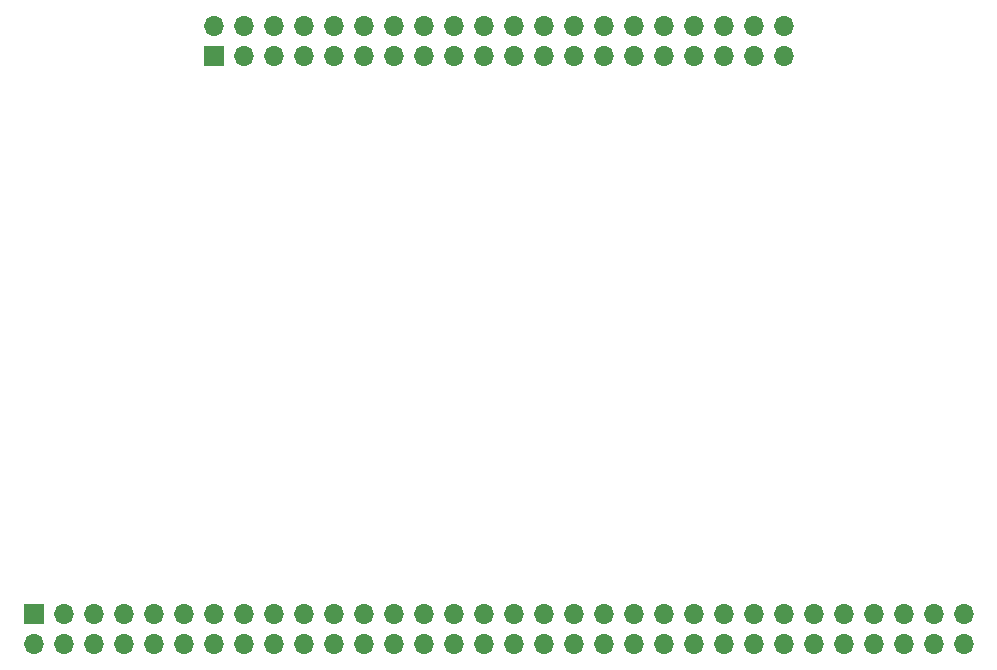
<source format=gbr>
%TF.GenerationSoftware,KiCad,Pcbnew,8.0.5*%
%TF.CreationDate,2024-10-04T15:35:42-04:00*%
%TF.ProjectId,TS 2068 Adapter,54532032-3036-4382-9041-646170746572,rev?*%
%TF.SameCoordinates,Original*%
%TF.FileFunction,Soldermask,Top*%
%TF.FilePolarity,Negative*%
%FSLAX46Y46*%
G04 Gerber Fmt 4.6, Leading zero omitted, Abs format (unit mm)*
G04 Created by KiCad (PCBNEW 8.0.5) date 2024-10-04 15:35:42*
%MOMM*%
%LPD*%
G01*
G04 APERTURE LIST*
%ADD10R,1.700000X1.700000*%
%ADD11O,1.700000X1.700000*%
G04 APERTURE END LIST*
D10*
%TO.C,J1*%
X77724000Y-97536000D03*
D11*
X77724000Y-94996000D03*
X80264000Y-97536000D03*
X80264000Y-94996000D03*
X82804000Y-97536000D03*
X82804000Y-94996000D03*
X85344000Y-97536000D03*
X85344000Y-94996000D03*
X87884000Y-97536000D03*
X87884000Y-94996000D03*
X90424000Y-97536000D03*
X90424000Y-94996000D03*
X92964000Y-97536000D03*
X92964000Y-94996000D03*
X95504000Y-97536000D03*
X95504000Y-94996000D03*
X98044000Y-97536000D03*
X98044000Y-94996000D03*
X100584000Y-97536000D03*
X100584000Y-94996000D03*
X103124000Y-97536000D03*
X103124000Y-94996000D03*
X105664000Y-97536000D03*
X105664000Y-94996000D03*
X108204000Y-97536000D03*
X108204000Y-94996000D03*
X110744000Y-97536000D03*
X110744000Y-94996000D03*
X113284000Y-97536000D03*
X113284000Y-94996000D03*
X115824000Y-97536000D03*
X115824000Y-94996000D03*
X118364000Y-97536000D03*
X118364000Y-94996000D03*
X120904000Y-97536000D03*
X120904000Y-94996000D03*
X123444000Y-97536000D03*
X123444000Y-94996000D03*
X125984000Y-97536000D03*
X125984000Y-94996000D03*
%TD*%
D10*
%TO.C,U1*%
X62484000Y-144780000D03*
D11*
X62484000Y-147320000D03*
X65024000Y-144780000D03*
X65024000Y-147320000D03*
X67564000Y-144780000D03*
X67564000Y-147320000D03*
X70104000Y-144780000D03*
X70104000Y-147320000D03*
X72644000Y-144780000D03*
X72644000Y-147320000D03*
X75184000Y-144780000D03*
X75184000Y-147320000D03*
X77724000Y-144780000D03*
X77724000Y-147320000D03*
X80264000Y-144780000D03*
X80264000Y-147320000D03*
X82804000Y-144780000D03*
X82804000Y-147320000D03*
X85344000Y-144780000D03*
X85344000Y-147320000D03*
X87884000Y-144780000D03*
X87884000Y-147320000D03*
X90424000Y-144780000D03*
X90424000Y-147320000D03*
X92964000Y-144780000D03*
X92964000Y-147320000D03*
X95504000Y-144780000D03*
X95504000Y-147320000D03*
X98044000Y-144780000D03*
X98044000Y-147320000D03*
X100584000Y-144780000D03*
X100584000Y-147320000D03*
X103124000Y-144780000D03*
X103124000Y-147320000D03*
X105664000Y-144780000D03*
X105664000Y-147320000D03*
X108204000Y-144780000D03*
X108204000Y-147320000D03*
X110744000Y-144780000D03*
X110744000Y-147320000D03*
X113284000Y-144780000D03*
X113284000Y-147320000D03*
X115824000Y-144780000D03*
X115824000Y-147320000D03*
X118364000Y-144780000D03*
X118364000Y-147320000D03*
X120904000Y-144780000D03*
X120904000Y-147320000D03*
X123444000Y-144780000D03*
X123444000Y-147320000D03*
X125984000Y-144780000D03*
X125984000Y-147320000D03*
X128524000Y-144780000D03*
X128524000Y-147320000D03*
X131064000Y-144780000D03*
X131064000Y-147320000D03*
X133604000Y-144780000D03*
X133604000Y-147320000D03*
X136144000Y-144780000D03*
X136144000Y-147320000D03*
X138684000Y-144780000D03*
X138684000Y-147320000D03*
X141224000Y-144780000D03*
X141224000Y-147320000D03*
%TD*%
M02*

</source>
